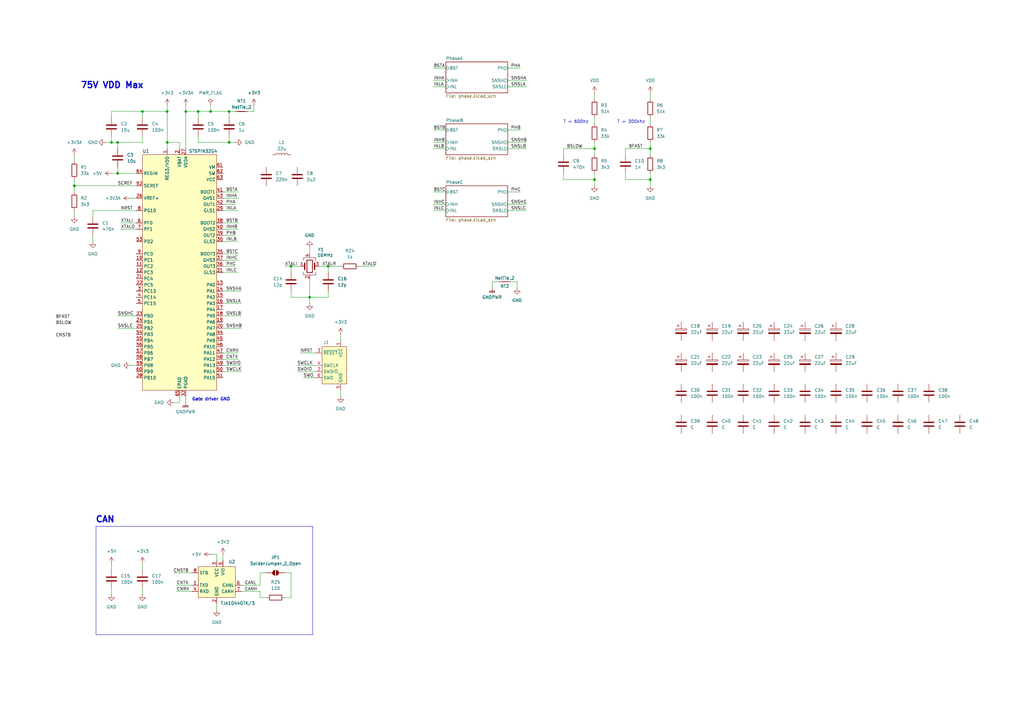
<source format=kicad_sch>
(kicad_sch (version 20250114) (generator "eeschema") (generator_version "9.0")
  (paper "A3")
  (lib_symbols
    (symbol "Connector:Conn_ARM_SWD_TagConnect_TC2030-NL" (in_bom no)
      (property "Reference" "J" (at 2.54 11.43 0))
      (property "Value" "Conn_ARM_SWD_TagConnect_TC2030-NL" (at 2.54 8.89 0))
      (symbol "Conn_ARM_SWD_TagConnect_TC2030-NL_0_0"
        (pin power_in line (at -2.54 10.16 270) (length 2.54) (name "VCC") (number "1"))
        (pin power_in line (at -2.54 -10.16 90) (length 2.54) (name "GND") (number "5"))
        (pin open_collector line (at 7.62 5.08 180) (length 2.54) (name "~{RESET}") (number "3"))
        (pin output line (at 7.62 0 180) (length 2.54) (name "SWCLK") (number "4"))
        (pin bidirectional line (at 7.62 -2.54 180) (length 2.54) (name "SWDIO") (number "2"))
        (pin input line (at 7.62 -5.08 180) (length 2.54) (name "SWO") (number "6"))
      )
    )
    (symbol "Device:C" (pin_numbers (hide yes)) (pin_names (offset 0.254))
      (property "Reference" "C" (at 0.635 2.54 0))
      (property "Value" "C" (at 0.635 -2.54 0))
      (symbol "C_1_1"
        (pin passive line (at 0 3.81 270) (length 2.794) (name "~") (number "1"))
        (pin passive line (at 0 -3.81 90) (length 2.794) (name "~") (number "2"))
      )
    )
    (symbol "Device:C_Polarized" (pin_numbers (hide yes)) (pin_names (offset 0.254))
      (property "Reference" "C" (at 0.635 2.54 0))
      (property "Value" "C_Polarized" (at 0.635 -2.54 0))
      (symbol "C_Polarized_1_1"
        (pin passive line (at 0 3.81 270) (length 2.794) (name "~") (number "1"))
        (pin passive line (at 0 -3.81 90) (length 2.794) (name "~") (number "2"))
      )
    )
    (symbol "Device:Crystal_GND24" (pin_names (offset 1.016) (hide yes))
      (property "Reference" "Y" (at 3.175 5.08 0))
      (property "Value" "Crystal_GND24" (at 3.175 3.175 0))
      (symbol "Crystal_GND24_1_1"
        (pin passive line (at -3.81 0 0) (length 1.27) (name "1") (number "1"))
        (pin passive line (at 0 5.08 270) (length 1.27) (name "2") (number "2"))
        (pin passive line (at 0 -5.08 90) (length 1.27) (name "4") (number "4"))
        (pin passive line (at 3.81 0 180) (length 1.27) (name "3") (number "3"))
      )
    )
    (symbol "Device:L" (pin_numbers (hide yes)) (pin_names (offset 1.016) (hide yes))
      (property "Reference" "L" (at -1.27 0 90))
      (property "Value" "L" (at 1.905 0 90))
      (symbol "L_1_1"
        (pin passive line (at 0 3.81 270) (length 1.27) (name "1") (number "1"))
        (pin passive line (at 0 -3.81 90) (length 1.27) (name "2") (number "2"))
      )
    )
    (symbol "Device:NetTie_2" (pin_numbers (hide yes)) (pin_names (offset 0) (hide yes)) (in_bom no)
      (property "Reference" "NT" (at 0 1.27 0))
      (property "Value" "NetTie_2" (at 0 -1.27 0))
      (symbol "NetTie_2_1_1"
        (pin passive line (at -2.54 0 0) (length 2.54) (name "1") (number "1"))
        (pin passive line (at 2.54 0 180) (length 2.54) (name "2") (number "2"))
      )
    )
    (symbol "Device:R" (pin_numbers (hide yes)) (pin_names (offset 0))
      (property "Reference" "R" (at 2.032 0 90))
      (property "Value" "R" (at 0 0 90))
      (symbol "R_1_1"
        (pin passive line (at 0 3.81 270) (length 1.27) (name "~") (number "1"))
        (pin passive line (at 0 -3.81 90) (length 1.27) (name "~") (number "2"))
      )
    )
    (symbol "GND_14" (power) (pin_numbers (hide yes)) (pin_names (offset 0) (hide yes))
      (property "Value" "GND" (at 0 -3.81 0))
      (symbol "GND_14_1_1"
        (pin power_in line (at 0 0 270) (length 0) (name "~") (number "1"))
      )
    )
    (symbol "Jumper:SolderJumper_2_Open" (pin_numbers (hide yes)) (pin_names (offset 0) (hide yes)) (exclude_from_sim yes) (in_bom no)
      (property "Reference" "JP" (at 0 2.032 0))
      (property "Value" "SolderJumper_2_Open" (at 0 -2.54 0))
      (symbol "SolderJumper_2_Open_1_1"
        (pin passive line (at -3.81 0 0) (length 2.54) (name "A") (number "1"))
        (pin passive line (at 3.81 0 180) (length 2.54) (name "B") (number "2"))
      )
    )
    (symbol "User_Symbols:STSPIN32G4"
      (property "Reference" "U" (at 1.27 1.27 0))
      (property "Value" "STSPIN32G4" (at 25.4 1.27 0))
      (symbol "STSPIN32G4_1_1"
        (pin no_connect line (at -2.54 -2.54 0) (length 2.54) (hide yes) (name "NC") (number "33"))
        (pin no_connect line (at -2.54 -5.08 0) (length 2.54) (hide yes) (name "NC") (number "34"))
        (pin power_in line (at -2.54 -7.62 0) (length 2.54) (name "REGIN") (number "64"))
        (pin input line (at -2.54 -12.7 0) (length 2.54) (name "SCREF") (number "52"))
        (pin power_in line (at -2.54 -17.78 0) (length 2.54) (name "VREF+") (number "26"))
        (pin bidirectional line (at -2.54 -22.86 0) (length 2.54) (name "PG10") (number "8"))
        (pin input line (at -2.54 -27.94 0) (length 2.54) (name "PF0") (number "6"))
        (pin output line (at -2.54 -30.48 0) (length 2.54) (name "PF1") (number "7"))
        (pin bidirectional line (at -2.54 -35.56 0) (length 2.54) (name "PD2") (number "53"))
        (pin bidirectional line (at -2.54 -40.64 0) (length 2.54) (name "PC0") (number "9"))
        (pin bidirectional line (at -2.54 -43.18 0) (length 2.54) (name "PC1") (number "10"))
        (pin bidirectional line (at -2.54 -45.72 0) (length 2.54) (name "PC2") (number "11"))
        (pin bidirectional line (at -2.54 -48.26 0) (length 2.54) (name "PC3") (number "12"))
        (pin bidirectional line (at -2.54 -50.8 0) (length 2.54) (name "PC4") (number "21"))
        (pin bidirectional line (at -2.54 -53.34 0) (length 2.54) (name "PC5") (number "22"))
        (pin bidirectional line (at -2.54 -55.88 0) (length 2.54) (name "PC13") (number "3"))
        (pin bidirectional line (at -2.54 -58.42 0) (length 2.54) (name "PC14") (number "4"))
        (pin bidirectional line (at -2.54 -60.96 0) (length 2.54) (name "PC15") (number "5"))
        (pin bidirectional line (at -2.54 -66.04 0) (length 2.54) (name "PB0") (number "23"))
        (pin bidirectional line (at -2.54 -68.58 0) (length 2.54) (name "PB1") (number "24"))
        (pin bidirectional line (at -2.54 -71.12 0) (length 2.54) (name "PB2") (number "25"))
        (pin bidirectional line (at -2.54 -73.66 0) (length 2.54) (name "PB3") (number "54"))
        (pin bidirectional line (at -2.54 -76.2 0) (length 2.54) (name "PB4") (number "55"))
        (pin bidirectional line (at -2.54 -78.74 0) (length 2.54) (name "PB5") (number "56"))
        (pin bidirectional line (at -2.54 -81.28 0) (length 2.54) (name "PB6") (number "57"))
        (pin bidirectional line (at -2.54 -83.82 0) (length 2.54) (name "PB7") (number "58"))
        (pin bidirectional line (at -2.54 -86.36 0) (length 2.54) (name "PB8") (number "59"))
        (pin bidirectional line (at -2.54 -88.9 0) (length 2.54) (name "PB9") (number "60"))
        (pin bidirectional line (at -2.54 -91.44 0) (length 2.54) (name "PB10") (number "28"))
        (pin power_out line (at 10.16 2.54 270) (length 2.54) (name "REG3/VDD") (number "1"))
        (pin power_in line (at 15.24 2.54 270) (length 2.54) (name "VBAT") (number "2"))
        (pin power_in line (at 15.24 -99.06 90) (length 2.54) (name "EPAD") (number "65"))
        (pin power_in line (at 17.78 2.54 270) (length 2.54) (name "VDDA") (number "27"))
        (pin power_in line (at 17.78 -99.06 90) (length 2.54) (name "PGND") (number "32"))
        (pin power_in line (at 33.02 -5.08 180) (length 2.54) (name "VM") (number "61"))
        (pin power_out line (at 33.02 -7.62 180) (length 2.54) (name "SW") (number "62"))
        (pin power_in line (at 33.02 -10.16 180) (length 2.54) (name "VCC") (number "63"))
        (pin power_in line (at 33.02 -15.24 180) (length 2.54) (name "BOOT1") (number "41"))
        (pin output line (at 33.02 -17.78 180) (length 2.54) (name "GHS1") (number "43"))
        (pin power_out line (at 33.02 -20.32 180) (length 2.54) (name "OUT1") (number "42"))
        (pin output line (at 33.02 -22.86 180) (length 2.54) (name "GLS1") (number "29"))
        (pin power_in line (at 33.02 -27.94 180) (length 2.54) (name "BOOT2") (number "38"))
        (pin output line (at 33.02 -30.48 180) (length 2.54) (name "GHS2") (number "40"))
        (pin power_out line (at 33.02 -33.02 180) (length 2.54) (name "OUT2") (number "39"))
        (pin output line (at 33.02 -35.56 180) (length 2.54) (name "GLS2") (number "30"))
        (pin power_in line (at 33.02 -40.64 180) (length 2.54) (name "BOOT3") (number "35"))
        (pin output line (at 33.02 -43.18 180) (length 2.54) (name "GHS3") (number "37"))
        (pin power_out line (at 33.02 -45.72 180) (length 2.54) (name "OUT3") (number "36"))
        (pin output line (at 33.02 -48.26 180) (length 2.54) (name "GLS3") (number "31"))
        (pin bidirectional line (at 33.02 -53.34 180) (length 2.54) (name "PA0") (number "13"))
        (pin bidirectional line (at 33.02 -55.88 180) (length 2.54) (name "PA1") (number "14"))
        (pin bidirectional line (at 33.02 -58.42 180) (length 2.54) (name "PA2") (number "15"))
        (pin bidirectional line (at 33.02 -60.96 180) (length 2.54) (name "PA3") (number "16"))
        (pin bidirectional line (at 33.02 -63.5 180) (length 2.54) (name "PA4") (number "17"))
        (pin bidirectional line (at 33.02 -66.04 180) (length 2.54) (name "PA5") (number "18"))
        (pin bidirectional line (at 33.02 -68.58 180) (length 2.54) (name "PA6") (number "19"))
        (pin bidirectional line (at 33.02 -71.12 180) (length 2.54) (name "PA7") (number "20"))
        (pin bidirectional line (at 33.02 -73.66 180) (length 2.54) (name "PA8") (number "44"))
        (pin bidirectional line (at 33.02 -76.2 180) (length 2.54) (name "PA9") (number "45"))
        (pin bidirectional line (at 33.02 -78.74 180) (length 2.54) (name "PA10") (number "46"))
        (pin bidirectional line (at 33.02 -81.28 180) (length 2.54) (name "PA11") (number "47"))
        (pin bidirectional line (at 33.02 -83.82 180) (length 2.54) (name "PA12") (number "48"))
        (pin bidirectional line (at 33.02 -86.36 180) (length 2.54) (name "PA13") (number "49"))
        (pin bidirectional line (at 33.02 -88.9 180) (length 2.54) (name "PA14") (number "50"))
        (pin bidirectional line (at 33.02 -91.44 180) (length 2.54) (name "PA15") (number "51"))
      )
    )
    (symbol "User_Symbols:TJA1044GTK/3"
      (property "Reference" "U" (at 13.462 2.286 0))
      (property "Value" "TJA1044GTK/3" (at -2.54 2.286 0))
      (symbol "TJA1044GTK/3_1_1"
        (pin input line (at -2.54 -2.54 0) (length 2.54) (name "STB") (number "8"))
        (pin input line (at -2.54 -7.62 0) (length 2.54) (name "TXD") (number "1"))
        (pin output line (at -2.54 -10.16 0) (length 2.54) (name "RXD") (number "4"))
        (pin power_in line (at 7.62 2.54 270) (length 2.54) (name "VCC") (number "3"))
        (pin power_in line (at 7.62 -15.24 90) (length 2.54) (name "GND") (number "2"))
        (pin passive line (at 7.62 -15.24 90) (length 2.54) (hide yes) (name "EPAD") (number "9"))
        (pin power_in line (at 10.16 2.54 270) (length 2.54) (name "VIO") (number "5"))
        (pin bidirectional line (at 17.78 -7.62 180) (length 2.54) (name "CANL") (number "6"))
        (pin bidirectional line (at 17.78 -10.16 180) (length 2.54) (name "CANH") (number "7"))
      )
    )
    (symbol "VBUS_3" (power) (pin_numbers (hide yes)) (pin_names (offset 0) (hide yes))
      (property "Value" "VBUS" (at 0 3.556 0))
      (symbol "VBUS_3_1_1"
        (pin power_in line (at 0 0 90) (length 0) (name "~") (number "1"))
      )
    )
    (symbol "power:+3V3" (power) (pin_numbers (hide yes)) (pin_names (offset 0) (hide yes))
      (property "Value" "+3V3" (at 0 3.556 0))
      (symbol "+3V3_1_1"
        (pin power_in line (at 0 0 90) (length 0) (name "~") (number "1"))
      )
    )
    (symbol "power:+5V" (power) (pin_numbers (hide yes)) (pin_names (offset 0) (hide yes))
      (property "Value" "+5V" (at 0 3.556 0))
      (symbol "+5V_1_1"
        (pin power_in line (at 0 0 90) (length 0) (name "~") (number "1"))
      )
    )
    (symbol "power:GND" (power) (pin_numbers (hide yes)) (pin_names (offset 0) (hide yes))
      (property "Value" "GND" (at 0 -3.81 0))
      (symbol "GND_1_1"
        (pin power_in line (at 0 0 270) (length 0) (name "~") (number "1"))
      )
    )
    (symbol "power:GNDPWR" (power) (pin_numbers (hide yes)) (pin_names (offset 0) (hide yes))
      (property "Value" "GNDPWR" (at 0 -3.302 0))
      (symbol "GNDPWR_1_1"
        (pin power_in line (at 0 0 270) (length 0) (name "~") (number "1"))
      )
    )
    (symbol "power:PWR_FLAG" (power) (pin_numbers (hide yes)) (pin_names (offset 0) (hide yes))
      (property "Value" "PWR_FLAG" (at 0 3.81 0))
      (symbol "PWR_FLAG_0_0"
        (pin power_out line (at 0 0 90) (length 0) (name "~") (number "1"))
      )
    )
    (symbol "power:VDD" (power) (pin_numbers (hide yes)) (pin_names (offset 0) (hide yes))
      (property "Value" "VDD" (at 0 3.556 0))
      (symbol "VDD_1_1"
        (pin power_in line (at 0 0 90) (length 0) (name "~") (number "1"))
      )
    )
  )
  (text "T = 300khz" (at 258.826 50.038 0) (effects (font (size 1.27 1.27))))
  (text "T = 600hz" (at 236.22 50.038 0) (effects (font (size 1.27 1.27))))
  (text "75V VDD Max" (at 45.974 35.052 0) (effects (font (size 2.54 2.54) (thickness 0.508) (bold yes))))
  (text "Gate driver GND" (at 86.614 163.83 0) (effects (font (size 1.27 1.27) (thickness 0.254) (bold yes))))
  (text "CAN" (at 39.116 214.63 0) (effects (font (size 2.54 2.54) (thickness 0.508) (bold yes)) (justify left bottom)))
  (junction (at 127 121.92))
  (junction (at 76.2 45.72))
  (junction (at 45.72 58.42))
  (junction (at 48.26 58.42))
  (junction (at 86.36 45.72))
  (junction (at 30.48 76.2))
  (junction (at 93.98 45.72))
  (junction (at 243.84 60.96))
  (junction (at 68.58 58.42))
  (junction (at 266.7 73.66))
  (junction (at 266.7 60.96))
  (junction (at 119.38 109.22))
  (junction (at 68.58 45.72))
  (junction (at 81.28 45.72))
  (junction (at 93.98 58.42))
  (junction (at 243.84 73.66))
  (junction (at 134.62 109.22))
  (junction (at 48.26 71.12))
  (junction (at 58.42 45.72))
  (wire (pts (xy 91.44 91.44) (xy 97.79 91.44)))
  (wire (pts (xy 88.9 247.65) (xy 88.9 250.19)))
  (wire (pts (xy 81.28 58.42) (xy 93.98 58.42)))
  (wire (pts (xy 49.53 93.98) (xy 55.88 93.98)))
  (wire (pts (xy 45.72 55.88) (xy 45.72 58.42)))
  (wire (pts (xy 68.58 43.18) (xy 68.58 45.72)))
  (wire (pts (xy 177.8 78.74) (xy 182.88 78.74)))
  (wire (pts (xy 81.28 55.88) (xy 81.28 58.42)))
  (wire (pts (xy 48.26 71.12) (xy 55.88 71.12)))
  (wire (pts (xy 139.7 137.16) (xy 139.7 139.7)))
  (wire (pts (xy 266.7 71.12) (xy 266.7 73.66)))
  (wire (pts (xy 119.38 245.11) (xy 119.38 234.95)))
  (wire (pts (xy 91.44 124.46) (xy 99.06 124.46)))
  (wire (pts (xy 93.98 58.42) (xy 93.98 55.88)))
  (wire (pts (xy 91.44 109.22) (xy 96.52 109.22)))
  (wire (pts (xy 266.7 73.66) (xy 266.7 76.2)))
  (wire (pts (xy 208.28 33.02) (xy 215.9 33.02)))
  (wire (pts (xy 68.58 58.42) (xy 73.66 58.42)))
  (wire (pts (xy 58.42 231.14) (xy 58.42 233.68)))
  (wire (pts (xy 119.38 234.95) (xy 116.84 234.95)))
  (wire (pts (xy 91.44 93.98) (xy 97.79 93.98)))
  (wire (pts (xy 177.8 35.56) (xy 182.88 35.56)))
  (polyline (pts (xy 128.27 215.9) (xy 39.37 215.9)))
  (wire (pts (xy 88.9 227.33) (xy 88.9 229.87)))
  (wire (pts (xy 91.44 149.86) (xy 99.06 149.86)))
  (wire (pts (xy 208.28 35.56) (xy 215.9 35.56)))
  (wire (pts (xy 177.8 53.34) (xy 182.88 53.34)))
  (wire (pts (xy 104.14 45.72) (xy 101.6 45.72)))
  (wire (pts (xy 134.62 109.22) (xy 139.7 109.22)))
  (wire (pts (xy 208.28 78.74) (xy 213.36 78.74)))
  (polyline (pts (xy 39.37 226.06) (xy 39.37 260.35)))
  (wire (pts (xy 129.54 152.4) (xy 121.92 152.4)))
  (wire (pts (xy 106.68 234.95) (xy 106.68 240.03)))
  (wire (pts (xy 201.93 118.11) (xy 201.93 115.57)))
  (polyline (pts (xy 39.37 260.35) (xy 128.27 260.35)))
  (wire (pts (xy 243.84 60.96) (xy 243.84 63.5)))
  (wire (pts (xy 127 101.6) (xy 127 104.14)))
  (wire (pts (xy 58.42 45.72) (xy 68.58 45.72)))
  (wire (pts (xy 45.72 71.12) (xy 48.26 71.12)))
  (wire (pts (xy 139.7 160.02) (xy 139.7 162.56)))
  (wire (pts (xy 58.42 241.3) (xy 58.42 243.84)))
  (wire (pts (xy 208.28 86.36) (xy 215.9 86.36)))
  (wire (pts (xy 91.44 78.74) (xy 97.79 78.74)))
  (wire (pts (xy 177.8 27.94) (xy 182.88 27.94)))
  (wire (pts (xy 177.8 60.96) (xy 182.88 60.96)))
  (wire (pts (xy 53.34 149.86) (xy 55.88 149.86)))
  (wire (pts (xy 71.12 234.95) (xy 78.74 234.95)))
  (wire (pts (xy 76.2 45.72) (xy 81.28 45.72)))
  (wire (pts (xy 134.62 121.92) (xy 134.62 119.38)))
  (wire (pts (xy 134.62 111.76) (xy 134.62 109.22)))
  (wire (pts (xy 30.48 73.66) (xy 30.48 76.2)))
  (wire (pts (xy 208.28 83.82) (xy 215.9 83.82)))
  (wire (pts (xy 266.7 48.26) (xy 266.7 50.8)))
  (wire (pts (xy 91.44 81.28) (xy 97.79 81.28)))
  (wire (pts (xy 243.84 73.66) (xy 243.84 76.2)))
  (wire (pts (xy 30.48 63.5) (xy 30.48 66.04)))
  (wire (pts (xy 48.26 58.42) (xy 58.42 58.42)))
  (wire (pts (xy 130.81 109.22) (xy 134.62 109.22)))
  (wire (pts (xy 58.42 45.72) (xy 58.42 48.26)))
  (wire (pts (xy 256.54 71.12) (xy 256.54 73.66)))
  (wire (pts (xy 68.58 45.72) (xy 68.58 58.42)))
  (wire (pts (xy 266.7 60.96) (xy 266.7 63.5)))
  (wire (pts (xy 45.72 241.3) (xy 45.72 243.84)))
  (wire (pts (xy 231.14 73.66) (xy 243.84 73.66)))
  (wire (pts (xy 58.42 58.42) (xy 58.42 55.88)))
  (wire (pts (xy 177.8 86.36) (xy 182.88 86.36)))
  (wire (pts (xy 91.44 134.62) (xy 99.06 134.62)))
  (wire (pts (xy 91.44 152.4) (xy 99.06 152.4)))
  (wire (pts (xy 231.14 71.12) (xy 231.14 73.66)))
  (wire (pts (xy 72.39 242.57) (xy 78.74 242.57)))
  (wire (pts (xy 93.98 45.72) (xy 96.52 45.72)))
  (wire (pts (xy 127 121.92) (xy 134.62 121.92)))
  (wire (pts (xy 256.54 63.5) (xy 256.54 60.96)))
  (wire (pts (xy 243.84 58.42) (xy 243.84 60.96)))
  (wire (pts (xy 243.84 48.26) (xy 243.84 50.8)))
  (wire (pts (xy 91.44 99.06) (xy 97.79 99.06)))
  (wire (pts (xy 127 121.92) (xy 119.38 121.92)))
  (wire (pts (xy 104.14 43.18) (xy 104.14 45.72)))
  (wire (pts (xy 256.54 60.96) (xy 266.7 60.96)))
  (wire (pts (xy 49.53 91.44) (xy 55.88 91.44)))
  (wire (pts (xy 71.12 165.1) (xy 73.66 165.1)))
  (wire (pts (xy 45.72 48.26) (xy 45.72 45.72)))
  (wire (pts (xy 208.28 58.42) (xy 215.9 58.42)))
  (wire (pts (xy 93.98 45.72) (xy 93.98 48.26)))
  (wire (pts (xy 99.06 242.57) (xy 106.68 242.57)))
  (wire (pts (xy 99.06 240.03) (xy 106.68 240.03)))
  (wire (pts (xy 106.68 245.11) (xy 109.22 245.11)))
  (wire (pts (xy 38.1 96.52) (xy 38.1 99.06)))
  (wire (pts (xy 208.28 60.96) (xy 215.9 60.96)))
  (wire (pts (xy 45.72 58.42) (xy 48.26 58.42)))
  (wire (pts (xy 121.92 149.86) (xy 129.54 149.86)))
  (wire (pts (xy 177.8 33.02) (xy 182.88 33.02)))
  (wire (pts (xy 243.84 71.12) (xy 243.84 73.66)))
  (wire (pts (xy 53.34 81.28) (xy 55.88 81.28)))
  (wire (pts (xy 116.84 245.11) (xy 119.38 245.11)))
  (wire (pts (xy 231.14 63.5) (xy 231.14 60.96)))
  (wire (pts (xy 91.44 104.14) (xy 97.79 104.14)))
  (wire (pts (xy 30.48 86.36) (xy 30.48 88.9)))
  (wire (pts (xy 116.84 109.22) (xy 119.38 109.22)))
  (wire (pts (xy 91.44 83.82) (xy 96.52 83.82)))
  (wire (pts (xy 243.84 38.1) (xy 243.84 40.64)))
  (wire (pts (xy 119.38 121.92) (xy 119.38 119.38)))
  (wire (pts (xy 45.72 231.14) (xy 45.72 233.68)))
  (wire (pts (xy 256.54 73.66) (xy 266.7 73.66)))
  (wire (pts (xy 72.39 240.03) (xy 78.74 240.03)))
  (wire (pts (xy 91.44 227.33) (xy 91.44 229.87)))
  (wire (pts (xy 208.28 53.34) (xy 213.36 53.34)))
  (wire (pts (xy 147.32 109.22) (xy 153.67 109.22)))
  (wire (pts (xy 127 121.92) (xy 127 124.46)))
  (wire (pts (xy 73.66 165.1) (xy 73.66 162.56)))
  (wire (pts (xy 93.98 58.42) (xy 96.52 58.42)))
  (wire (pts (xy 76.2 45.72) (xy 76.2 60.96)))
  (polyline (pts (xy 128.27 260.35) (xy 128.27 215.9)))
  (wire (pts (xy 76.2 162.56) (xy 76.2 165.1)))
  (wire (pts (xy 30.48 76.2) (xy 30.48 78.74)))
  (wire (pts (xy 81.28 45.72) (xy 86.36 45.72)))
  (wire (pts (xy 124.46 154.94) (xy 129.54 154.94)))
  (wire (pts (xy 38.1 86.36) (xy 55.88 86.36)))
  (wire (pts (xy 209.55 115.57) (xy 212.09 115.57)))
  (wire (pts (xy 48.26 58.42) (xy 48.26 60.96)))
  (wire (pts (xy 212.09 115.57) (xy 212.09 118.11)))
  (polyline (pts (xy 39.37 215.9) (xy 39.37 226.06)))
  (wire (pts (xy 68.58 60.96) (xy 68.58 58.42)))
  (wire (pts (xy 91.44 144.78) (xy 97.79 144.78)))
  (wire (pts (xy 86.36 45.72) (xy 93.98 45.72)))
  (wire (pts (xy 109.22 234.95) (xy 106.68 234.95)))
  (wire (pts (xy 91.44 96.52) (xy 96.52 96.52)))
  (wire (pts (xy 91.44 111.76) (xy 97.79 111.76)))
  (wire (pts (xy 43.18 58.42) (xy 45.72 58.42)))
  (wire (pts (xy 73.66 58.42) (xy 73.66 60.96)))
  (wire (pts (xy 119.38 111.76) (xy 119.38 109.22)))
  (wire (pts (xy 91.44 129.54) (xy 99.06 129.54)))
  (wire (pts (xy 86.36 43.18) (xy 86.36 45.72)))
  (wire (pts (xy 86.36 227.33) (xy 88.9 227.33)))
  (wire (pts (xy 177.8 58.42) (xy 182.88 58.42)))
  (wire (pts (xy 91.44 86.36) (xy 97.79 86.36)))
  (wire (pts (xy 208.28 27.94) (xy 213.36 27.94)))
  (wire (pts (xy 38.1 88.9) (xy 38.1 86.36)))
  (wire (pts (xy 48.26 134.62) (xy 55.88 134.62)))
  (wire (pts (xy 81.28 45.72) (xy 81.28 48.26)))
  (wire (pts (xy 91.44 106.68) (xy 97.79 106.68)))
  (wire (pts (xy 231.14 60.96) (xy 243.84 60.96)))
  (wire (pts (xy 266.7 58.42) (xy 266.7 60.96)))
  (wire (pts (xy 266.7 38.1) (xy 266.7 40.64)))
  (wire (pts (xy 119.38 109.22) (xy 123.19 109.22)))
  (wire (pts (xy 91.44 147.32) (xy 97.79 147.32)))
  (wire (pts (xy 91.44 119.38) (xy 99.06 119.38)))
  (wire (pts (xy 48.26 129.54) (xy 55.88 129.54)))
  (wire (pts (xy 177.8 83.82) (xy 182.88 83.82)))
  (wire (pts (xy 48.26 71.12) (xy 48.26 68.58)))
  (wire (pts (xy 201.93 115.57) (xy 204.47 115.57)))
  (wire (pts (xy 127 114.3) (xy 127 121.92)))
  (wire (pts (xy 76.2 43.18) (xy 76.2 45.72)))
  (wire (pts (xy 123.19 144.78) (xy 129.54 144.78)))
  (wire (pts (xy 106.68 242.57) (xy 106.68 245.11)))
  (wire (pts (xy 30.48 76.2) (xy 55.88 76.2)))
  (wire (pts (xy 45.72 45.72) (xy 58.42 45.72)))
  (label "INLB" (at 177.8 60.96 0))
  (label "CANH" (at 100.33 242.57 0))
  (label "SWCLK" (at 121.92 149.86 0))
  (label "SWDIO" (at 121.92 152.4 0))
  (label "SNSHA" (at 92.71 119.38 0))
  (label "BSTB" (at 92.71 91.44 0))
  (label "INHC" (at 177.8 83.82 0))
  (label "BSTB" (at 177.8 53.34 0))
  (label "INHC" (at 92.71 106.68 0))
  (label "CNTX" (at 92.71 147.32 0))
  (label "XTALR" (at 132.08 109.22 0))
  (label "SNSLB" (at 92.71 129.54 0))
  (label "BFAST" (at 257.81 60.96 0))
  (label "BFAST" (at 22.86 130.81 0))
  (label "SNSLB" (at 209.55 60.96 0))
  (label "XTALI" (at 116.84 109.22 0))
  (label "CNRX" (at 72.39 242.57 0))
  (label "SNSHB" (at 92.71 134.62 0))
  (label "BSLOW" (at 232.41 60.96 0))
  (label "SCREF" (at 48.26 76.2 0))
  (label "SWO" (at 124.46 154.94 0))
  (label "CNSTB" (at 22.86 138.43 0))
  (label "SNSLA" (at 209.55 35.56 0))
  (label "PHA" (at 209.55 27.94 0))
  (label "PHB" (at 209.55 53.34 0))
  (label "INLC" (at 177.8 86.36 0))
  (label "NRST" (at 123.19 144.78 0))
  (label "CNRX" (at 92.71 144.78 0))
  (label "SNSHB" (at 209.55 58.42 0))
  (label "PHC" (at 92.71 109.22 0))
  (label "BSTC" (at 92.71 104.14 0))
  (label "INLC" (at 92.71 111.76 0))
  (label "PHA" (at 92.71 83.82 0))
  (label "CANL" (at 100.33 240.03 0))
  (label "INHA" (at 92.71 81.28 0))
  (label "SNSLC" (at 209.55 86.36 0))
  (label "INHB" (at 177.8 58.42 0))
  (label "BSTA" (at 177.8 27.94 0))
  (label "CNSTB" (at 71.12 234.95 0))
  (label "PHB" (at 92.71 96.52 0))
  (label "XTALO" (at 49.53 93.98 0))
  (label "INHA" (at 177.8 33.02 0))
  (label "SWDIO" (at 92.71 149.86 0))
  (label "XTALO" (at 148.59 109.22 0))
  (label "INLA" (at 92.71 86.36 0))
  (label "INLA" (at 177.8 35.56 0))
  (label "XTALI" (at 49.53 91.44 0))
  (label "SNSHA" (at 209.55 33.02 0))
  (label "BSLOW" (at 22.86 133.35 0))
  (label "CNTX" (at 72.39 240.03 0))
  (label "PHC" (at 209.55 78.74 0))
  (label "INLB" (at 92.71 99.06 0))
  (label "SWCLK" (at 92.71 152.4 0))
  (label "BSTC" (at 177.8 78.74 0))
  (label "BSTA" (at 92.71 78.74 0))
  (label "SNSLA" (at 92.71 124.46 0))
  (label "INHB" (at 92.71 93.98 0))
  (label "SNSHC" (at 48.26 129.54 0))
  (label "NRST" (at 49.53 86.36 0))
  (label "SNSLC" (at 48.26 134.62 0))
  (label "SNSHC" (at 209.55 83.82 0))
  (symbol (lib_id "Device:C") (at 45.72 52.07 0) (unit 1)
    (property "Reference" "C2" (at 49.53 50.7999 0) (effects (justify left)))
    (property "Value" "10u" (at 49.53 53.3399 0) (effects (justify left)))
    (property "Description" "Unpolarized capacitor" (effects (hide yes)))
  )
  (symbol (lib_id "power:GND") (at 30.48 88.9 0) (unit 1)
    (property "Reference" "#PWR02" (effects (hide yes)))
    (property "Value" "GND" (at 30.48 93.98 0))
    (property "Description" "Power symbol creates a global label with name \"GND\" , ground" (effects (hide yes)))
  )
  (symbol (lib_id "power:GNDPWR") (at 201.93 118.11 0) (unit 1)
    (property "Reference" "#PWR016" (effects (hide yes)))
    (property "Value" "GNDPWR" (at 201.803 121.92 0))
    (property "Description" "Power symbol creates a global label with name \"GNDPWR\" , global ground" (effects (hide yes)))
  )
  (symbol (lib_id "Device:C") (at 368.3 173.99 0) (unit 1)
    (property "Reference" "C46" (at 372.11 172.7199 0) (effects (justify left)))
    (property "Value" "C" (at 372.11 175.2599 0) (effects (justify left)))
    (property "Footprint" "Capacitor_SMD:C_1210_3225Metric" (effects (hide yes)))
    (property "Description" "Unpolarized capacitor" (effects (hide yes)))
  )
  (symbol (lib_id "power:GND") (at 38.1 99.06 0) (unit 1)
    (property "Reference" "#PWR03" (effects (hide yes)))
    (property "Value" "GND" (at 38.1 104.14 0))
    (property "Description" "Power symbol creates a global label with name \"GND\" , ground" (effects (hide yes)))
  )
  (symbol (lib_id "power:GND") (at 96.52 58.42 90) (unit 1)
    (property "Reference" "#PWR012" (effects (hide yes)))
    (property "Value" "GND" (at 100.33 58.4199 90) (effects (justify right)))
    (property "Description" "Power symbol creates a global label with name \"GND\" , ground" (effects (hide yes)))
  )
  (symbol (lib_id "power:GND") (at 71.12 165.1 270) (unit 1)
    (property "Reference" "#PWR09" (effects (hide yes)))
    (property "Value" "GND" (at 67.31 165.0999 90) (effects (justify right)))
    (property "Description" "Power symbol creates a global label with name \"GND\" , ground" (effects (hide yes)))
  )
  (symbol (lib_id "Device:C") (at 109.22 72.39 0) (unit 1)
    (property "Reference" "C7" (at 113.03 71.1199 0) (effects (justify left)))
    (property "Value" "220n" (at 113.03 73.6599 0) (effects (justify left)))
    (property "Description" "Unpolarized capacitor" (effects (hide yes)))
  )
  (symbol (lib_id "power:GND") (at 88.9 250.19 0) (unit 1)
    (property "Reference" "#PWR039" (effects (hide yes)))
    (property "Value" "GND" (at 88.9 255.27 0))
    (property "Description" "Power symbol creates a global label with name \"GND\" , ground" (effects (hide yes)))
  )
  (symbol (lib_id "power:GND") (at 43.18 58.42 270) (unit 1)
    (property "Reference" "#PWR04" (effects (hide yes)))
    (property "Value" "GND" (at 40.132 58.42 90) (effects (justify right)))
    (property "Description" "Power symbol creates a global label with name \"GND\" , ground" (effects (hide yes)))
  )
  (symbol (lib_id "Device:R") (at 30.48 82.55 0) (unit 1)
    (property "Reference" "R2" (at 33.02 81.2799 0) (effects (justify left)))
    (property "Value" "3k3" (at 33.02 83.8199 0) (effects (justify left)))
    (property "Description" "Resistor" (effects (hide yes)))
  )
  (symbol (lib_id "Device:C") (at 330.2 173.99 0) (unit 1)
    (property "Reference" "C43" (at 334.01 172.7199 0) (effects (justify left)))
    (property "Value" "C" (at 334.01 175.2599 0) (effects (justify left)))
    (property "Footprint" "Capacitor_SMD:C_1210_3225Metric" (effects (hide yes)))
    (property "Description" "Unpolarized capacitor" (effects (hide yes)))
  )
  (symbol (lib_id "power:GND") (at 53.34 149.86 270) (unit 1)
    (property "Reference" "#PWR07" (effects (hide yes)))
    (property "Value" "GND" (at 49.53 149.8599 90) (effects (justify right)))
    (property "Description" "Power symbol creates a global label with name \"GND\" , ground" (effects (hide yes)))
  )
  (symbol (lib_id "power:VDD") (at 243.84 38.1 0) (unit 1)
    (property "Reference" "#PWR018" (effects (hide yes)))
    (property "Value" "VDD" (at 243.84 33.02 0))
    (property "Description" "Power symbol creates a global label with name \"VDD\"" (effects (hide yes)))
  )
  (symbol (lib_id "Device:C") (at 81.28 52.07 0) (unit 1)
    (property "Reference" "C5" (at 85.09 50.7999 0) (effects (justify left)))
    (property "Value" "100n" (at 85.09 53.3399 0) (effects (justify left)))
    (property "Footprint" "Capacitor_SMD:C_0402_1005Metric" (effects (hide yes)))
    (property "Description" "Unpolarized capacitor" (effects (hide yes)))
  )
  (symbol (lib_id "Device:C_Polarized") (at 330.2 148.59 0) (unit 1)
    (property "Reference" "C27" (at 334.01 146.4309 0) (effects (justify left)))
    (property "Value" "22uF" (at 334.01 148.9709 0) (effects (justify left)))
    (property "Footprint" "Capacitor_SMD:C_Elec_6.3x7.7" (effects (hide yes)))
    (property "Description" "Polarized capacitor" (effects (hide yes)))
    (property "LCSC" "C19270543" (effects (hide yes)))
  )
  (symbol (lib_id "Device:C") (at 342.9 173.99 0) (unit 1)
    (property "Reference" "C44" (at 346.71 172.7199 0) (effects (justify left)))
    (property "Value" "C" (at 346.71 175.2599 0) (effects (justify left)))
    (property "Footprint" "Capacitor_SMD:C_1210_3225Metric" (effects (hide yes)))
    (property "Description" "Unpolarized capacitor" (effects (hide yes)))
  )
  (symbol (lib_id "Device:C") (at 279.4 173.99 0) (unit 1)
    (property "Reference" "C39" (at 283.21 172.7199 0) (effects (justify left)))
    (property "Value" "C" (at 283.21 175.2599 0) (effects (justify left)))
    (property "Footprint" "Capacitor_SMD:C_1210_3225Metric" (effects (hide yes)))
    (property "Description" "Unpolarized capacitor" (effects (hide yes)))
  )
  (symbol (lib_id "Device:C") (at 317.5 161.29 0) (unit 1)
    (property "Reference" "C33" (at 321.31 160.0199 0) (effects (justify left)))
    (property "Value" "100n" (at 321.31 162.5599 0) (effects (justify left)))
    (property "Footprint" "Capacitor_SMD:C_0603_1608Metric" (effects (hide yes)))
    (property "Description" "Unpolarized capacitor" (effects (hide yes)))
    (property "LCSC" "C88219" (effects (hide yes)))
  )
  (symbol (lib_id "Device:C") (at 355.6 161.29 0) (unit 1)
    (property "Reference" "C36" (at 359.41 160.0199 0) (effects (justify left)))
    (property "Value" "100n" (at 359.41 162.5599 0) (effects (justify left)))
    (property "Footprint" "Capacitor_SMD:C_0603_1608Metric" (effects (hide yes)))
    (property "Description" "Unpolarized capacitor" (effects (hide yes)))
    (property "LCSC" "C88219" (effects (hide yes)))
  )
  (symbol (lib_id "Device:C") (at 93.98 52.07 0) (unit 1)
    (property "Reference" "C6" (at 97.79 50.7999 0) (effects (justify left)))
    (property "Value" "1u" (at 97.79 53.3399 0) (effects (justify left)))
    (property "Description" "Unpolarized capacitor" (effects (hide yes)))
  )
  (symbol (lib_id "Device:NetTie_2") (at 207.01 115.57 0) (unit 1) (in_bom no)
    (property "Reference" "NT2" (at 207.01 117.348 0))
    (property "Value" "NetTie_2" (at 207.01 114.046 0))
    (property "Footprint" "NetTie:NetTie-2_SMD_Pad0.5mm" (effects (hide yes)))
    (property "Description" "Net tie, 2 pins" (effects (hide yes)))
  )
  (symbol (lib_id "Device:C") (at 317.5 173.99 0) (unit 1)
    (property "Reference" "C42" (at 321.31 172.7199 0) (effects (justify left)))
    (property "Value" "C" (at 321.31 175.2599 0) (effects (justify left)))
    (property "Footprint" "Capacitor_SMD:C_1210_3225Metric" (effects (hide yes)))
    (property "Description" "Unpolarized capacitor" (effects (hide yes)))
  )
  (symbol (lib_id "power:GND") (at 58.42 243.84 0) (unit 1)
    (property "Reference" "#PWR036" (effects (hide yes)))
    (property "Value" "GND" (at 58.42 248.92 0))
    (property "Description" "Power symbol creates a global label with name \"GND\" , ground" (effects (hide yes)))
  )
  (symbol (lib_id "Device:R") (at 266.7 54.61 0) (unit 1)
    (property "Reference" "R7" (at 269.24 53.3399 0) (effects (justify left)))
    (property "Value" "33k" (at 269.24 55.8799 0) (effects (justify left)))
    (property "Description" "Resistor" (effects (hide yes)))
  )
  (symbol (lib_id "Device:C") (at 48.26 64.77 0) (unit 1)
    (property "Reference" "C3" (at 52.07 63.4999 0) (effects (justify left)))
    (property "Value" "10u" (at 52.07 66.0399 0) (effects (justify left)))
    (property "Description" "Unpolarized capacitor" (effects (hide yes)))
  )
  (symbol (lib_id "Device:C") (at 342.9 161.29 0) (unit 1)
    (property "Reference" "C35" (at 346.71 160.0199 0) (effects (justify left)))
    (property "Value" "100n" (at 346.71 162.5599 0) (effects (justify left)))
    (property "Footprint" "Capacitor_SMD:C_0603_1608Metric" (effects (hide yes)))
    (property "Description" "Unpolarized capacitor" (effects (hide yes)))
    (property "LCSC" "C88219" (effects (hide yes)))
  )
  (symbol (lib_id "power:+3V3") (at 30.48 63.5 0) (unit 1)
    (property "Reference" "#PWR01" (effects (hide yes)))
    (property "Value" "+3V3A" (at 30.48 58.42 0))
    (property "Description" "Power symbol creates a global label with name \"+3V3\"" (effects (hide yes)))
  )
  (symbol (lib_id "Device:R") (at 266.7 67.31 0) (unit 1)
    (property "Reference" "R8" (at 269.24 66.0399 0) (effects (justify left)))
    (property "Value" "3k3" (at 269.24 68.5799 0) (effects (justify left)))
    (property "Description" "Resistor" (effects (hide yes)))
  )
  (symbol (lib_id "Device:C") (at 45.72 237.49 0) (unit 1)
    (property "Reference" "C15" (at 49.53 236.2199 0) (effects (justify left)))
    (property "Value" "100n" (at 49.53 238.7599 0) (effects (justify left)))
    (property "Footprint" "Capacitor_SMD:C_0402_1005Metric" (effects (hide yes)))
    (property "Description" "Unpolarized capacitor" (effects (hide yes)))
    (property "LCSC" "C1525" (effects (hide yes)))
  )
  (symbol (lib_id "User_Symbols:TJA1044GTK/3") (at 81.28 232.41 0) (unit 1)
    (property "Reference" "U2" (at 93.726 230.378 0) (effects (justify left)))
    (property "Value" "TJA1044GTK/3" (at 90.424 247.396 0) (effects (justify left)))
    (property "Footprint" "Package_SON:HVSON-8-1EP_3x3mm_P0.65mm_EP1.6x2.4mm" (effects (hide yes)))
    (property "Datasheet" "https://www.nxp.com/docs/en/data-sheet/TJA1044.pdf" (effects (hide yes)))
    (property "Description" "High Speed CAN Transceiver" (effects (hide yes)))
    (property "LCSC" "C2157795" (effects (hide yes)))
  )
  (symbol (lib_id "Device:C_Polarized") (at 292.1 135.89 0) (unit 1)
    (property "Reference" "C19" (at 295.91 133.7309 0) (effects (justify left)))
    (property "Value" "22uF" (at 295.91 136.2709 0) (effects (justify left)))
    (property "Footprint" "Capacitor_SMD:C_Elec_6.3x7.7" (effects (hide yes)))
    (property "Description" "Polarized capacitor" (effects (hide yes)))
    (property "LCSC" "C19270543" (effects (hide yes)))
  )
  (symbol (lib_id "Device:C") (at 279.4 161.29 0) (unit 1)
    (property "Reference" "C30" (at 283.21 160.0199 0) (effects (justify left)))
    (property "Value" "100n" (at 283.21 162.5599 0) (effects (justify left)))
    (property "Footprint" "Capacitor_SMD:C_0603_1608Metric" (effects (hide yes)))
    (property "Description" "Unpolarized capacitor" (effects (hide yes)))
    (property "LCSC" "C88219" (effects (hide yes)))
  )
  (symbol (lib_id "Jumper:SolderJumper_2_Open") (at 113.03 234.95 0) (unit 1) (in_bom no)
    (property "Reference" "JP1" (at 113.03 228.6 0))
    (property "Value" "SolderJumper_2_Open" (at 113.03 231.14 0))
    (property "Footprint" "Jumper:SolderJumper-2_P1.3mm_Open_RoundedPad1.0x1.5mm" (effects (hide yes)))
    (property "Description" "Solder Jumper, 2-pole, open" (effects (hide yes)))
  )
  (symbol (lib_id "Device:R") (at 266.7 44.45 0) (unit 1)
    (property "Reference" "R6" (at 269.24 43.1799 0) (effects (justify left)))
    (property "Value" "51k" (at 269.24 45.7199 0) (effects (justify left)))
    (property "Description" "Resistor" (effects (hide yes)))
  )
  (symbol (lib_id "Device:R") (at 243.84 54.61 0) (unit 1)
    (property "Reference" "R4" (at 246.38 53.3399 0) (effects (justify left)))
    (property "Value" "33k" (at 246.38 55.8799 0) (effects (justify left)))
    (property "Description" "Resistor" (effects (hide yes)))
  )
  (symbol (lib_id "Device:C") (at 58.42 237.49 0) (unit 1)
    (property "Reference" "C17" (at 62.23 236.2199 0) (effects (justify left)))
    (property "Value" "100n" (at 62.23 238.7599 0) (effects (justify left)))
    (property "Footprint" "Capacitor_SMD:C_0402_1005Metric" (effects (hide yes)))
    (property "Description" "Unpolarized capacitor" (effects (hide yes)))
    (property "LCSC" "C1525" (effects (hide yes)))
  )
  (symbol (lib_id "Device:C_Polarized") (at 317.5 135.89 0) (unit 1)
    (property "Reference" "C24" (at 321.31 133.7309 0) (effects (justify left)))
    (property "Value" "22uF" (at 321.31 136.2709 0) (effects (justify left)))
    (property "Footprint" "Capacitor_SMD:C_Elec_6.3x7.7" (effects (hide yes)))
    (property "Description" "Polarized capacitor" (effects (hide yes)))
    (property "LCSC" "C19270543" (effects (hide yes)))
  )
  (symbol (lib_id "power:+3V3") (at 139.7 137.16 0) (mirror y) (unit 1)
    (property "Reference" "#PWR014" (effects (hide yes)))
    (property "Value" "+3V3" (at 139.7 132.08 0))
    (property "Description" "Power symbol creates a global label with name \"+3V3\"" (effects (hide yes)))
  )
  (symbol (lib_id "power:+3V3") (at 76.2 43.18 0) (unit 1)
    (property "Reference" "#PWR010" (effects (hide yes)))
    (property "Value" "+3V3A" (at 76.2 38.1 0))
    (property "Description" "Power symbol creates a global label with name \"+3V3\"" (effects (hide yes)))
  )
  (symbol (lib_id "Device:C") (at 330.2 161.29 0) (unit 1)
    (property "Reference" "C34" (at 334.01 160.0199 0) (effects (justify left)))
    (property "Value" "100n" (at 334.01 162.5599 0) (effects (justify left)))
    (property "Footprint" "Capacitor_SMD:C_0603_1608Metric" (effects (hide yes)))
    (property "Description" "Unpolarized capacitor" (effects (hide yes)))
    (property "LCSC" "C88219" (effects (hide yes)))
  )
  (symbol (lib_id "power:GND") (at 212.09 118.11 0) (unit 1)
    (property "Reference" "#PWR017" (effects (hide yes)))
    (property "Value" "GND" (at 212.09 123.19 0))
    (property "Description" "Power symbol creates a global label with name \"GND\" , ground" (effects (hide yes)))
  )
  (symbol (lib_id "Device:C_Polarized") (at 317.5 148.59 0) (unit 1)
    (property "Reference" "C25" (at 321.31 146.4309 0) (effects (justify left)))
    (property "Value" "22uF" (at 321.31 148.9709 0) (effects (justify left)))
    (property "Footprint" "Capacitor_SMD:C_Elec_6.3x7.7" (effects (hide yes)))
    (property "Description" "Polarized capacitor" (effects (hide yes)))
    (property "LCSC" "C19270543" (effects (hide yes)))
  )
  (symbol (lib_id "power:+3V3") (at 104.14 43.18 0) (unit 1)
    (property "Reference" "#PWR013" (effects (hide yes)))
    (property "Value" "+3V3" (at 104.14 38.1 0))
    (property "Description" "Power symbol creates a global label with name \"+3V3\"" (effects (hide yes)))
  )
  (symbol (lib_id "Device:C") (at 393.7 173.99 0) (unit 1)
    (property "Reference" "C48" (at 397.51 172.7199 0) (effects (justify left)))
    (property "Value" "C" (at 397.51 175.2599 0) (effects (justify left)))
    (property "Footprint" "Capacitor_SMD:C_1210_3225Metric" (effects (hide yes)))
    (property "Description" "Unpolarized capacitor" (effects (hide yes)))
  )
  (symbol (lib_id "Device:R") (at 143.51 109.22 90) (unit 1)
    (property "Reference" "R24" (at 143.51 102.87 90))
    (property "Value" "1k" (at 143.51 105.41 90))
    (property "Footprint" "Resistor_SMD:R_0402_1005Metric" (effects (hide yes)))
    (property "Description" "Resistor" (effects (hide yes)))
    (property "LCSC" "C11702" (effects (hide yes)))
  )
  (symbol (lib_id "Device:C_Polarized") (at 342.9 148.59 0) (unit 1)
    (property "Reference" "C29" (at 346.71 146.4309 0) (effects (justify left)))
    (property "Value" "22uF" (at 346.71 148.9709 0) (effects (justify left)))
    (property "Footprint" "Capacitor_SMD:C_Elec_6.3x7.7" (effects (hide yes)))
    (property "Description" "Polarized capacitor" (effects (hide yes)))
    (property "LCSC" "C19270543" (effects (hide yes)))
  )
  (symbol (lib_id "Device:C") (at 121.92 72.39 0) (unit 1)
    (property "Reference" "C8" (at 125.73 71.1199 0) (effects (justify left)))
    (property "Value" "2u2" (at 125.73 73.6599 0) (effects (justify left)))
    (property "Description" "Unpolarized capacitor" (effects (hide yes)))
  )
  (symbol (lib_id "power:GND") (at 243.84 76.2 0) (unit 1)
    (property "Reference" "#PWR019" (effects (hide yes)))
    (property "Value" "GND" (at 243.84 81.28 0))
    (property "Description" "Power symbol creates a global label with name \"GND\" , ground" (effects (hide yes)))
  )
  (symbol (lib_id "Device:C") (at 38.1 92.71 0) (unit 1)
    (property "Reference" "C1" (at 41.91 91.4399 0) (effects (justify left)))
    (property "Value" "470n" (at 41.91 93.9799 0) (effects (justify left)))
    (property "Description" "Unpolarized capacitor" (effects (hide yes)))
  )
  (symbol (lib_id "power:+3V3") (at 58.42 231.14 0) (unit 1)
    (property "Reference" "#PWR035" (effects (hide yes)))
    (property "Value" "+3V3" (at 58.42 226.06 0))
    (property "Description" "Power symbol creates a global label with name \"+3V3\"" (effects (hide yes)))
  )
  (symbol (lib_id "Device:L") (at 115.57 63.5 90) (unit 1)
    (property "Reference" "L1" (at 115.57 58.42 90))
    (property "Value" "22u" (at 115.57 60.96 90))
    (property "Description" "Inductor" (effects (hide yes)))
  )
  (symbol (lib_id "User_Symbols:STSPIN32G4") (at 58.42 63.5 0) (unit 1)
    (property "Reference" "U1" (at 58.42 61.976 0) (effects (justify left)))
    (property "Value" "STSPIN32G4" (at 77.47 61.976 0) (effects (justify left)))
    (property "Footprint" "Package_DFN_QFN:Texas_RGC0064B_VQFN-64-1EP_9x9mm_P0.5mm_EP4.25x4.25mm" (effects (hide yes)))
    (property "Datasheet" "https://www.st.com/en/motor-drivers/stspin32g4.html" (effects (hide yes)))
    (property "Description" "3 Phase Motor Controller with MCU" (effects (hide yes)))
  )
  (symbol (lib_id "Device:C") (at 368.3 161.29 0) (unit 1)
    (property "Reference" "C37" (at 372.11 160.0199 0) (effects (justify left)))
    (property "Value" "100n" (at 372.11 162.5599 0) (effects (justify left)))
    (property "Footprint" "Capacitor_SMD:C_0603_1608Metric" (effects (hide yes)))
    (property "Description" "Unpolarized capacitor" (effects (hide yes)))
    (property "LCSC" "C88219" (effects (hide yes)))
  )
  (symbol (lib_id "Device:C_Polarized") (at 304.8 148.59 0) (unit 1)
    (property "Reference" "C23" (at 308.61 146.4309 0) (effects (justify left)))
    (property "Value" "22uF" (at 308.61 148.9709 0) (effects (justify left)))
    (property "Footprint" "Capacitor_SMD:C_Elec_6.3x7.7" (effects (hide yes)))
    (property "Description" "Polarized capacitor" (effects (hide yes)))
    (property "LCSC" "C19270543" (effects (hide yes)))
  )
  (symbol (lib_id "Device:R") (at 243.84 67.31 0) (unit 1)
    (property "Reference" "R5" (at 246.38 66.0399 0) (effects (justify left)))
    (property "Value" "3k3" (at 246.38 68.5799 0) (effects (justify left)))
    (property "Description" "Resistor" (effects (hide yes)))
  )
  (symbol (lib_id "power:GND") (at 139.7 162.56 0) (mirror y) (unit 1)
    (property "Reference" "#PWR015" (effects (hide yes)))
    (property "Value" "GND" (at 139.7 167.64 0))
    (property "Description" "Power symbol creates a global label with name \"GND\" , ground" (effects (hide yes)))
  )
  (symbol (lib_id "power:GND") (at 266.7 76.2 0) (unit 1)
    (property "Reference" "#PWR021" (effects (hide yes)))
    (property "Value" "GND" (at 266.7 81.28 0))
    (property "Description" "Power symbol creates a global label with name \"GND\" , ground" (effects (hide yes)))
  )
  (symbol (lib_id "Device:C") (at 381 173.99 0) (unit 1)
    (property "Reference" "C47" (at 384.81 172.7199 0) (effects (justify left)))
    (property "Value" "C" (at 384.81 175.2599 0) (effects (justify left)))
    (property "Footprint" "Capacitor_SMD:C_1210_3225Metric" (effects (hide yes)))
    (property "Description" "Unpolarized capacitor" (effects (hide yes)))
  )
  (symbol (lib_id "Device:C_Polarized") (at 279.4 135.89 0) (unit 1)
    (property "Reference" "C18" (at 283.21 133.7309 0) (effects (justify left)))
    (property "Value" "22uF" (at 283.21 136.2709 0) (effects (justify left)))
    (property "Footprint" "Capacitor_SMD:C_Elec_6.3x7.7" (effects (hide yes)))
    (property "Description" "Polarized capacitor" (effects (hide yes)))
    (property "LCSC" "C19270543" (effects (hide yes)))
  )
  (symbol (lib_id "Device:C") (at 304.8 161.29 0) (unit 1)
    (property "Reference" "C32" (at 308.61 160.0199 0) (effects (justify left)))
    (property "Value" "100n" (at 308.61 162.5599 0) (effects (justify left)))
    (property "Footprint" "Capacitor_SMD:C_0603_1608Metric" (effects (hide yes)))
    (property "Description" "Unpolarized capacitor" (effects (hide yes)))
    (property "LCSC" "C88219" (effects (hide yes)))
  )
  (symbol (lib_id "Device:C_Polarized") (at 292.1 148.59 0) (unit 1)
    (property "Reference" "C22" (at 295.91 146.4309 0) (effects (justify left)))
    (property "Value" "22uF" (at 295.91 148.9709 0) (effects (justify left)))
    (property "Footprint" "Capacitor_SMD:C_Elec_6.3x7.7" (effects (hide yes)))
    (property "Description" "Polarized capacitor" (effects (hide yes)))
    (property "LCSC" "C19270543" (effects (hide yes)))
  )
  (symbol (lib_id "Device:C") (at 381 161.29 0) (unit 1)
    (property "Reference" "C38" (at 384.81 160.0199 0) (effects (justify left)))
    (property "Value" "100n" (at 384.81 162.5599 0) (effects (justify left)))
    (property "Footprint" "Capacitor_SMD:C_0603_1608Metric" (effects (hide yes)))
    (property "Description" "Unpolarized capacitor" (effects (hide yes)))
    (property "LCSC" "C88219" (effects (hide yes)))
  )
  (symbol (lib_id "Device:R") (at 113.03 245.11 90) (unit 1)
    (property "Reference" "R25" (at 113.03 238.76 90))
    (property "Value" "120" (at 113.03 241.3 90))
    (property "Footprint" "Resistor_SMD:R_1206_3216Metric" (effects (hide yes)))
    (property "Description" "Resistor" (effects (hide yes)))
    (property "LCSC" "C17909" (effects (hide yes)))
  )
  (symbol (lib_id "Device:C") (at 256.54 67.31 0) (unit 1)
    (property "Reference" "C10" (at 260.35 66.0399 0) (effects (justify left)))
    (property "Value" "1n" (at 260.35 68.5799 0) (effects (justify left)))
    (property "Description" "Unpolarized capacitor" (effects (hide yes)))
  )
  (symbol (lib_id "Device:C") (at 134.62 115.57 180) (unit 1)
    (property "Reference" "C16" (at 138.43 114.2999 0) (effects (justify right)))
    (property "Value" "12p" (at 138.43 116.8399 0) (effects (justify right)))
    (property "Footprint" "Capacitor_SMD:C_0402_1005Metric" (effects (hide yes)))
    (property "LCSC" "C1547" (effects (hide yes)))
  )
  (symbol (lib_name "VBUS_3") (lib_id "power:VBUS") (at 86.36 227.33 90) (unit 1)
    (property "Reference" "#PWR038" (effects (hide yes)))
    (property "Value" "+5V" (at 82.55 227.3299 90) (effects (justify left)))
    (property "Description" "Power symbol creates a global label with name \"VBUS\"" (effects (hide yes)))
  )
  (symbol (lib_name "VBUS_3") (lib_id "power:VBUS") (at 45.72 231.14 0) (unit 1)
    (property "Reference" "#PWR031" (effects (hide yes)))
    (property "Value" "+5V" (at 45.72 226.06 0))
    (property "Description" "Power symbol creates a global label with name \"VBUS\"" (effects (hide yes)))
  )
  (symbol (lib_id "power:VDD") (at 266.7 38.1 0) (unit 1)
    (property "Reference" "#PWR020" (effects (hide yes)))
    (property "Value" "VDD" (at 266.7 33.02 0))
    (property "Description" "Power symbol creates a global label with name \"VDD\"" (effects (hide yes)))
  )
  (symbol (lib_id "Device:Crystal_GND24") (at 127 109.22 0) (mirror x) (unit 1)
    (property "Reference" "Y1" (at 131.572 102.362 0))
    (property "Value" "16MHz" (at 133.35 104.648 0))
    (property "Footprint" "Crystal:Crystal_SMD_3225-4Pin_3.2x2.5mm" (effects (hide yes)))
    (property "LCSC" "C13738" (effects (hide yes)))
  )
  (symbol (lib_id "power:GNDPWR") (at 76.2 165.1 0) (unit 1)
    (property "Reference" "#PWR011" (effects (hide yes)))
    (property "Value" "GNDPWR" (at 76.073 168.91 0))
    (property "Description" "Power symbol creates a global label with name \"GNDPWR\" , global ground" (effects (hide yes)))
  )
  (symbol (lib_id "Device:C_Polarized") (at 304.8 135.89 0) (unit 1)
    (property "Reference" "C20" (at 308.61 133.7309 0) (effects (justify left)))
    (property "Value" "22uF" (at 308.61 136.2709 0) (effects (justify left)))
    (property "Footprint" "Capacitor_SMD:C_Elec_6.3x7.7" (effects (hide yes)))
    (property "Description" "Polarized capacitor" (effects (hide yes)))
    (property "LCSC" "C19270543" (effects (hide yes)))
  )
  (symbol (lib_id "power:+3V3") (at 53.34 81.28 90) (unit 1)
    (property "Reference" "#PWR06" (effects (hide yes)))
    (property "Value" "+3V3A" (at 49.53 81.2799 90) (effects (justify left)))
    (property "Description" "Power symbol creates a global label with name \"+3V3\"" (effects (hide yes)))
  )
  (symbol (lib_id "Device:C") (at 231.14 67.31 0) (unit 1)
    (property "Reference" "C9" (at 234.95 66.0399 0) (effects (justify left)))
    (property "Value" "470n" (at 234.95 68.5799 0) (effects (justify left)))
    (property "Description" "Unpolarized capacitor" (effects (hide yes)))
  )
  (symbol (lib_id "Device:C") (at 304.8 173.99 0) (unit 1)
    (property "Reference" "C41" (at 308.61 172.7199 0) (effects (justify left)))
    (property "Value" "C" (at 308.61 175.2599 0) (effects (justify left)))
    (property "Footprint" "Capacitor_SMD:C_1210_3225Metric" (effects (hide yes)))
    (property "Description" "Unpolarized capacitor" (effects (hide yes)))
  )
  (symbol (lib_id "Device:C_Polarized") (at 342.9 135.89 0) (unit 1)
    (property "Reference" "C28" (at 346.71 133.7309 0) (effects (justify left)))
    (property "Value" "22uF" (at 346.71 136.2709 0) (effects (justify left)))
    (property "Footprint" "Capacitor_SMD:C_Elec_6.3x7.7" (effects (hide yes)))
    (property "Description" "Polarized capacitor" (effects (hide yes)))
    (property "LCSC" "C19270543" (effects (hide yes)))
  )
  (symbol (lib_id "Device:C") (at 119.38 115.57 180) (unit 1)
    (property "Reference" "C14" (at 112.014 114.3 0) (effects (justify right)))
    (property "Value" "12p" (at 112.014 116.84 0) (effects (justify right)))
    (property "Footprint" "Capacitor_SMD:C_0402_1005Metric" (effects (hide yes)))
    (property "LCSC" "C1547" (effects (hide yes)))
  )
  (symbol (lib_id "power:+3V3") (at 68.58 43.18 0) (unit 1)
    (property "Reference" "#PWR08" (effects (hide yes)))
    (property "Value" "+3V3" (at 68.58 38.1 0))
    (property "Description" "Power symbol creates a global label with name \"+3V3\"" (effects (hide yes)))
  )
  (symbol (lib_id "Device:C") (at 292.1 161.29 0) (unit 1)
    (property "Reference" "C31" (at 295.91 160.0199 0) (effects (justify left)))
    (property "Value" "100n" (at 295.91 162.5599 0) (effects (justify left)))
    (property "Footprint" "Capacitor_SMD:C_0603_1608Metric" (effects (hide yes)))
    (property "Description" "Unpolarized capacitor" (effects (hide yes)))
    (property "LCSC" "C88219" (effects (hide yes)))
  )
  (symbol (lib_name "GND_14") (lib_id "power:GND") (at 127 124.46 0) (unit 1)
    (property "Reference" "#PWR033" (effects (hide yes)))
    (property "Value" "GND" (at 127 129.54 0))
    (property "Description" "Power symbol creates a global label with name \"GND\" , ground" (effects (hide yes)))
  )
  (symbol (lib_id "Device:C_Polarized") (at 279.4 148.59 0) (unit 1)
    (property "Reference" "C21" (at 283.21 146.4309 0) (effects (justify left)))
    (property "Value" "22uF" (at 283.21 148.9709 0) (effects (justify left)))
    (property "Footprint" "Capacitor_SMD:C_Elec_6.3x7.7" (effects (hide yes)))
    (property "Description" "Polarized capacitor" (effects (hide yes)))
    (property "LCSC" "C19270543" (effects (hide yes)))
  )
  (symbol (lib_id "Connector:Conn_ARM_SWD_TagConnect_TC2030-NL") (at 137.16 149.86 0) (mirror y) (unit 1) (in_bom no)
    (property "Reference" "J1" (at 132.588 140.462 0) (effects (justify right)))
    (property "Value" "Conn_ARM_SWD_TagConnect_TC2030-NL" (effects (hide yes)))
    (property "Footprint" "Connector:Tag-Connect_TC2030-IDC-NL_2x03_P1.27mm_Vertical" (effects (hide yes)))
    (property "Datasheet" "https://www.tag-connect.com/wp-content/uploads/bsk-pdf-manager/TC2030-CTX_1.pdf" (effects (hide yes)))
    (property "Description" "Tag-Connect ARM Cortex SWD JTAG connector, 6 pin, no legs" (effects (hide yes)))
  )
  (symbol (lib_id "Device:C_Polarized") (at 330.2 135.89 0) (unit 1)
    (property "Reference" "C26" (at 334.01 133.7309 0) (effects (justify left)))
    (property "Value" "22uF" (at 334.01 136.2709 0) (effects (justify left)))
    (property "Footprint" "Capacitor_SMD:C_Elec_6.3x7.7" (effects (hide yes)))
    (property "Description" "Polarized capacitor" (effects (hide yes)))
    (property "LCSC" "C19270543" (effects (hide yes)))
  )
  (symbol (lib_id "Device:R") (at 243.84 44.45 0) (unit 1)
    (property "Reference" "R3" (at 246.38 43.1799 0) (effects (justify left)))
    (property "Value" "51k" (at 246.38 45.7199 0) (effects (justify left)))
    (property "Description" "Resistor" (effects (hide yes)))
  )
  (symbol (lib_name "GND_14") (lib_id "power:GND") (at 127 101.6 180) (unit 1)
    (property "Reference" "#PWR034" (effects (hide yes)))
    (property "Value" "GND" (at 127 96.52 0))
    (property "Description" "Power symbol creates a global label with name \"GND\" , ground" (effects (hide yes)))
  )
  (symbol (lib_id "power:+3V3") (at 91.44 227.33 0) (unit 1)
    (property "Reference" "#PWR040" (effects (hide yes)))
    (property "Value" "+3V3" (at 91.44 222.25 0))
    (property "Description" "Power symbol creates a global label with name \"+3V3\"" (effects (hide yes)))
  )
  (symbol (lib_id "Device:C") (at 58.42 52.07 0) (unit 1)
    (property "Reference" "C4" (at 62.23 50.7999 0) (effects (justify left)))
    (property "Value" "100n" (at 62.23 53.3399 0) (effects (justify left)))
    (property "Description" "Unpolarized capacitor" (effects (hide yes)))
  )
  (symbol (lib_id "Device:C") (at 355.6 173.99 0) (unit 1)
    (property "Reference" "C45" (at 359.41 172.7199 0) (effects (justify left)))
    (property "Value" "C" (at 359.41 175.2599 0) (effects (justify left)))
    (property "Footprint" "Capacitor_SMD:C_1210_3225Metric" (effects (hide yes)))
    (property "Description" "Unpolarized capacitor" (effects (hide yes)))
  )
  (symbol (lib_id "Device:R") (at 30.48 69.85 0) (unit 1)
    (property "Reference" "R1" (at 33.02 68.5799 0) (effects (justify left)))
    (property "Value" "33k" (at 33.02 71.1199 0) (effects (justify left)))
    (property "Description" "Resistor" (effects (hide yes)))
  )
  (symbol (lib_id "power:GND") (at 45.72 243.84 0) (unit 1)
    (property "Reference" "#PWR032" (effects (hide yes)))
    (property "Value" "GND" (at 45.72 248.92 0))
    (property "Description" "Power symbol creates a global label with name \"GND\" , ground" (effects (hide yes)))
  )
  (symbol (lib_id "power:+5V") (at 45.72 71.12 90) (unit 1)
    (property "Reference" "#PWR05" (effects (hide yes)))
    (property "Value" "+5V" (at 41.91 71.1199 90) (effects (justify left)))
    (property "Description" "Power symbol creates a global label with name \"+5V\"" (effects (hide yes)))
  )
  (symbol (lib_id "power:PWR_FLAG") (at 86.36 43.18 0) (unit 1)
    (property "Reference" "#FLG01" (effects (hide yes)))
    (property "Value" "PWR_FLAG" (at 86.36 38.1 0))
    (property "Description" "Special symbol for telling ERC where power comes from" (effects (hide yes)))
  )
  (symbol (lib_id "Device:NetTie_2") (at 99.06 45.72 0) (unit 1) (in_bom no)
    (property "Reference" "NT1" (at 99.06 41.402 0))
    (property "Value" "NetTie_2" (at 99.06 43.942 0))
    (property "Description" "Net tie, 2 pins" (effects (hide yes)))
  )
  (symbol (lib_id "Device:C") (at 292.1 173.99 0) (unit 1)
    (property "Reference" "C40" (at 295.91 172.7199 0) (effects (justify left)))
    (property "Value" "C" (at 295.91 175.2599 0) (effects (justify left)))
    (property "Footprint" "Capacitor_SMD:C_1210_3225Metric" (effects (hide yes)))
    (property "Description" "Unpolarized capacitor" (effects (hide yes)))
  )
  (sheet (at 182.88 50.8) (size 25.4 12.7) (stroke (width 0.1524))
    (property "Sheetname" "PhaseB" (at 182.88 50.0884 0) (effects (justify left bottom)))
    (property "Sheetfile" "phase.kicad_sch" (at 182.88 64.0846 0) (effects (justify left top)))
    (pin "SNSL" output (at 208.28 60.96 0))
    (pin "PH" output (at 208.28 53.34 0))
    (pin "BST" bidirectional (at 182.88 53.34 180))
    (pin "SNSH" output (at 208.28 58.42 0))
    (pin "INH" input (at 182.88 58.42 180))
    (pin "INL" input (at 182.88 60.96 180))
  )
  (sheet (at 182.88 25.4) (size 25.4 12.7) (stroke (width 0.1524))
    (property "Sheetname" "PhaseA" (at 182.88 24.6884 0) (effects (justify left bottom)))
    (property "Sheetfile" "phase.kicad_sch" (at 182.88 38.6846 0) (effects (justify left top)))
    (pin "SNSL" output (at 208.28 35.56 0))
    (pin "PH" output (at 208.28 27.94 0))
    (pin "BST" bidirectional (at 182.88 27.94 180))
    (pin "SNSH" output (at 208.28 33.02 0))
    (pin "INH" input (at 182.88 33.02 180))
    (pin "INL" input (at 182.88 35.56 180))
  )
  (sheet (at 182.88 76.2) (size 25.4 12.7) (stroke (width 0.1524))
    (property "Sheetname" "PhaseC" (at 182.88 75.4884 0) (effects (justify left bottom)))
    (property "Sheetfile" "phase.kicad_sch" (at 182.88 89.4846 0) (effects (justify left top)))
    (pin "SNSL" output (at 208.28 86.36 0))
    (pin "PH" output (at 208.28 78.74 0))
    (pin "BST" bidirectional (at 182.88 78.74 180))
    (pin "SNSH" output (at 208.28 83.82 0))
    (pin "INH" input (at 182.88 83.82 180))
    (pin "INL" input (at 182.88 86.36 180))
  )
)
</source>
